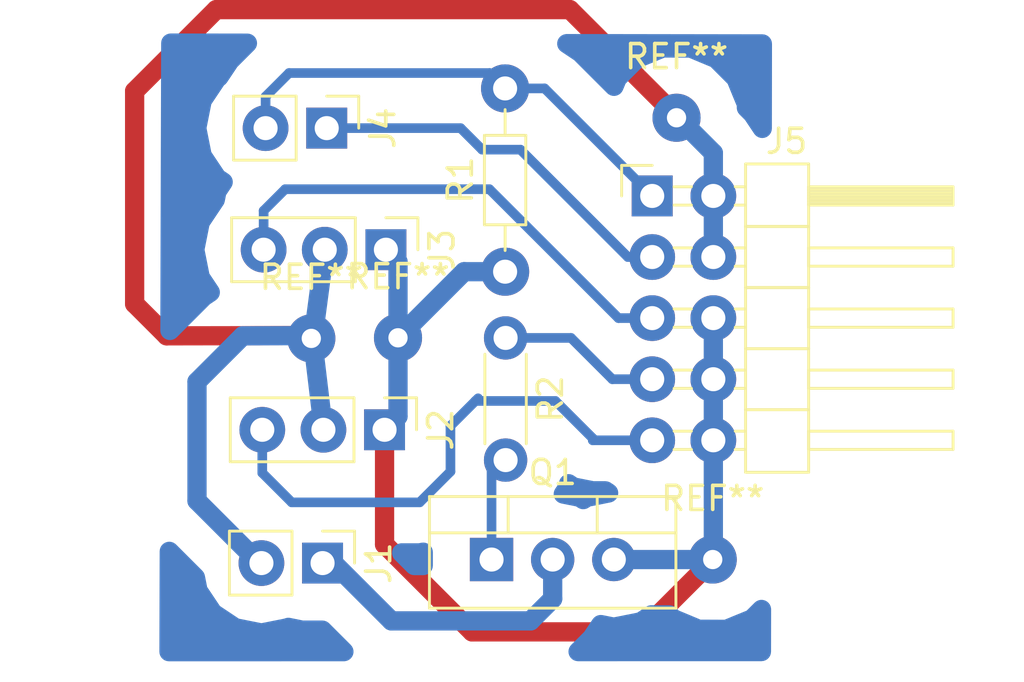
<source format=kicad_pcb>
(kicad_pcb (version 4) (host pcbnew 4.0.6)

  (general
    (links 19)
    (no_connects 0)
    (area 147.028915 81.419799 190.125605 110.465533)
    (thickness 1.6)
    (drawings 0)
    (tracks 82)
    (zones 0)
    (modules 12)
    (nets 10)
  )

  (page A4)
  (layers
    (0 F.Cu signal)
    (31 B.Cu signal)
    (32 B.Adhes user)
    (33 F.Adhes user)
    (34 B.Paste user)
    (35 F.Paste user)
    (36 B.SilkS user)
    (37 F.SilkS user)
    (38 B.Mask user)
    (39 F.Mask user)
    (40 Dwgs.User user)
    (41 Cmts.User user)
    (42 Eco1.User user)
    (43 Eco2.User user)
    (44 Edge.Cuts user)
    (45 Margin user)
    (46 B.CrtYd user)
    (47 F.CrtYd user)
    (48 B.Fab user)
    (49 F.Fab user)
  )

  (setup
    (last_trace_width 0.4)
    (trace_clearance 0.4)
    (zone_clearance 1.5)
    (zone_45_only no)
    (trace_min 0.2)
    (segment_width 0.2)
    (edge_width 0.15)
    (via_size 0.6)
    (via_drill 0.4)
    (via_min_size 0.4)
    (via_min_drill 0.3)
    (uvia_size 0.3)
    (uvia_drill 0.1)
    (uvias_allowed no)
    (uvia_min_size 0.2)
    (uvia_min_drill 0.1)
    (pcb_text_width 0.3)
    (pcb_text_size 1.5 1.5)
    (mod_edge_width 0.15)
    (mod_text_size 1 1)
    (mod_text_width 0.15)
    (pad_size 1.99898 1.99898)
    (pad_drill 0.8001)
    (pad_to_mask_clearance 0.2)
    (aux_axis_origin 0 0)
    (visible_elements FFFFFF7F)
    (pcbplotparams
      (layerselection 0x00000_80000000)
      (usegerberextensions false)
      (excludeedgelayer true)
      (linewidth 0.100000)
      (plotframeref false)
      (viasonmask false)
      (mode 1)
      (useauxorigin false)
      (hpglpennumber 1)
      (hpglpenspeed 20)
      (hpglpendiameter 15)
      (hpglpenoverlay 2)
      (psnegative false)
      (psa4output false)
      (plotreference true)
      (plotvalue true)
      (plotinvisibletext false)
      (padsonsilk false)
      (subtractmaskfromsilk false)
      (outputformat 4)
      (mirror false)
      (drillshape 2)
      (scaleselection 1)
      (outputdirectory ""))
  )

  (net 0 "")
  (net 1 "Net-(Q1-Pad1)")
  (net 2 "Net-(J1-Pad1)")
  (net 3 GND)
  (net 4 "Net-(J1-Pad2)")
  (net 5 "Net-(J2-Pad3)")
  (net 6 "Net-(J3-Pad3)")
  (net 7 "Net-(J4-Pad1)")
  (net 8 "Net-(J4-Pad2)")
  (net 9 "Net-(J5-Pad7)")

  (net_class Default "Dies ist die voreingestellte Netzklasse."
    (clearance 0.4)
    (trace_width 0.4)
    (via_dia 0.6)
    (via_drill 0.4)
    (uvia_dia 0.3)
    (uvia_drill 0.1)
    (add_net "Net-(J2-Pad3)")
    (add_net "Net-(J3-Pad3)")
    (add_net "Net-(J4-Pad1)")
    (add_net "Net-(J4-Pad2)")
    (add_net "Net-(J5-Pad7)")
    (add_net "Net-(Q1-Pad1)")
  )

  (net_class 5V ""
    (clearance 0.4)
    (trace_width 0.8)
    (via_dia 0.6)
    (via_drill 0.4)
    (uvia_dia 0.3)
    (uvia_drill 0.1)
    (add_net GND)
    (add_net "Net-(J1-Pad1)")
    (add_net "Net-(J1-Pad2)")
  )

  (module TO_SOT_Packages_THT:TO-220_Vertical (layer F.Cu) (tedit 58CE52AD) (tstamp 58F49935)
    (at 167.72636 105.08488)
    (descr "TO-220, Vertical, RM 2.54mm")
    (tags "TO-220 Vertical RM 2.54mm")
    (path /58F4C490)
    (fp_text reference Q1 (at 2.54 -3.62) (layer F.SilkS)
      (effects (font (size 1 1) (thickness 0.15)))
    )
    (fp_text value TIP120 (at 2.54 3.92) (layer F.Fab)
      (effects (font (size 1 1) (thickness 0.15)))
    )
    (fp_text user %R (at 2.54 -3.62) (layer F.Fab)
      (effects (font (size 1 1) (thickness 0.15)))
    )
    (fp_line (start -2.46 -2.5) (end -2.46 1.9) (layer F.Fab) (width 0.1))
    (fp_line (start -2.46 1.9) (end 7.54 1.9) (layer F.Fab) (width 0.1))
    (fp_line (start 7.54 1.9) (end 7.54 -2.5) (layer F.Fab) (width 0.1))
    (fp_line (start 7.54 -2.5) (end -2.46 -2.5) (layer F.Fab) (width 0.1))
    (fp_line (start -2.46 -1.23) (end 7.54 -1.23) (layer F.Fab) (width 0.1))
    (fp_line (start 0.69 -2.5) (end 0.69 -1.23) (layer F.Fab) (width 0.1))
    (fp_line (start 4.39 -2.5) (end 4.39 -1.23) (layer F.Fab) (width 0.1))
    (fp_line (start -2.58 -2.62) (end 7.66 -2.62) (layer F.SilkS) (width 0.12))
    (fp_line (start -2.58 2.021) (end 7.66 2.021) (layer F.SilkS) (width 0.12))
    (fp_line (start -2.58 -2.62) (end -2.58 2.021) (layer F.SilkS) (width 0.12))
    (fp_line (start 7.66 -2.62) (end 7.66 2.021) (layer F.SilkS) (width 0.12))
    (fp_line (start -2.58 -1.11) (end 7.66 -1.11) (layer F.SilkS) (width 0.12))
    (fp_line (start 0.69 -2.62) (end 0.69 -1.11) (layer F.SilkS) (width 0.12))
    (fp_line (start 4.391 -2.62) (end 4.391 -1.11) (layer F.SilkS) (width 0.12))
    (fp_line (start -2.71 -2.75) (end -2.71 2.16) (layer F.CrtYd) (width 0.05))
    (fp_line (start -2.71 2.16) (end 7.79 2.16) (layer F.CrtYd) (width 0.05))
    (fp_line (start 7.79 2.16) (end 7.79 -2.75) (layer F.CrtYd) (width 0.05))
    (fp_line (start 7.79 -2.75) (end -2.71 -2.75) (layer F.CrtYd) (width 0.05))
    (pad 1 thru_hole rect (at 0 0) (size 1.8 1.8) (drill 1) (layers *.Cu *.Mask)
      (net 1 "Net-(Q1-Pad1)"))
    (pad 2 thru_hole oval (at 2.54 0) (size 1.8 1.8) (drill 1) (layers *.Cu *.Mask)
      (net 2 "Net-(J1-Pad1)"))
    (pad 3 thru_hole oval (at 5.08 0) (size 1.8 1.8) (drill 1) (layers *.Cu *.Mask)
      (net 3 GND))
    (model ${KISYS3DMOD}/TO_SOT_Packages_THT.3dshapes/TO-220_Vertical.wrl
      (at (xyz 0.1 0 0))
      (scale (xyz 0.393701 0.393701 0.393701))
      (rotate (xyz 0 0 0))
    )
  )

  (module Pin_Headers:Pin_Header_Straight_1x02_Pitch2.54mm (layer F.Cu) (tedit 58CD4EC1) (tstamp 58F498F9)
    (at 160.7058 105.2322 270)
    (descr "Through hole straight pin header, 1x02, 2.54mm pitch, single row")
    (tags "Through hole pin header THT 1x02 2.54mm single row")
    (path /58F4C3F9)
    (fp_text reference J1 (at 0 -2.33 270) (layer F.SilkS)
      (effects (font (size 1 1) (thickness 0.15)))
    )
    (fp_text value CONN_01X02 (at 0 4.87 270) (layer F.Fab)
      (effects (font (size 1 1) (thickness 0.15)))
    )
    (fp_line (start -1.27 -1.27) (end -1.27 3.81) (layer F.Fab) (width 0.1))
    (fp_line (start -1.27 3.81) (end 1.27 3.81) (layer F.Fab) (width 0.1))
    (fp_line (start 1.27 3.81) (end 1.27 -1.27) (layer F.Fab) (width 0.1))
    (fp_line (start 1.27 -1.27) (end -1.27 -1.27) (layer F.Fab) (width 0.1))
    (fp_line (start -1.33 1.27) (end -1.33 3.87) (layer F.SilkS) (width 0.12))
    (fp_line (start -1.33 3.87) (end 1.33 3.87) (layer F.SilkS) (width 0.12))
    (fp_line (start 1.33 3.87) (end 1.33 1.27) (layer F.SilkS) (width 0.12))
    (fp_line (start 1.33 1.27) (end -1.33 1.27) (layer F.SilkS) (width 0.12))
    (fp_line (start -1.33 0) (end -1.33 -1.33) (layer F.SilkS) (width 0.12))
    (fp_line (start -1.33 -1.33) (end 0 -1.33) (layer F.SilkS) (width 0.12))
    (fp_line (start -1.8 -1.8) (end -1.8 4.35) (layer F.CrtYd) (width 0.05))
    (fp_line (start -1.8 4.35) (end 1.8 4.35) (layer F.CrtYd) (width 0.05))
    (fp_line (start 1.8 4.35) (end 1.8 -1.8) (layer F.CrtYd) (width 0.05))
    (fp_line (start 1.8 -1.8) (end -1.8 -1.8) (layer F.CrtYd) (width 0.05))
    (fp_text user %R (at 0 -2.33 270) (layer F.Fab)
      (effects (font (size 1 1) (thickness 0.15)))
    )
    (pad 1 thru_hole rect (at 0 0 270) (size 1.7 1.7) (drill 1) (layers *.Cu *.Mask)
      (net 2 "Net-(J1-Pad1)"))
    (pad 2 thru_hole oval (at 0 2.54 270) (size 1.9 1.9) (drill 1) (layers *.Cu *.Mask)
      (net 4 "Net-(J1-Pad2)"))
    (model ${KISYS3DMOD}/Pin_Headers.3dshapes/Pin_Header_Straight_1x02_Pitch2.54mm.wrl
      (at (xyz 0 -0.05 0))
      (scale (xyz 1 1 1))
      (rotate (xyz 0 0 90))
    )
  )

  (module Pin_Headers:Pin_Header_Straight_1x03_Pitch2.54mm (layer F.Cu) (tedit 58CD4EC1) (tstamp 58F49900)
    (at 163.28136 99.68992 270)
    (descr "Through hole straight pin header, 1x03, 2.54mm pitch, single row")
    (tags "Through hole pin header THT 1x03 2.54mm single row")
    (path /58F4C205)
    (fp_text reference J2 (at 0 -2.33 270) (layer F.SilkS)
      (effects (font (size 1 1) (thickness 0.15)))
    )
    (fp_text value CONN_01X03 (at 0 7.41 270) (layer F.Fab)
      (effects (font (size 1 1) (thickness 0.15)))
    )
    (fp_line (start -1.27 -1.27) (end -1.27 6.35) (layer F.Fab) (width 0.1))
    (fp_line (start -1.27 6.35) (end 1.27 6.35) (layer F.Fab) (width 0.1))
    (fp_line (start 1.27 6.35) (end 1.27 -1.27) (layer F.Fab) (width 0.1))
    (fp_line (start 1.27 -1.27) (end -1.27 -1.27) (layer F.Fab) (width 0.1))
    (fp_line (start -1.33 1.27) (end -1.33 6.41) (layer F.SilkS) (width 0.12))
    (fp_line (start -1.33 6.41) (end 1.33 6.41) (layer F.SilkS) (width 0.12))
    (fp_line (start 1.33 6.41) (end 1.33 1.27) (layer F.SilkS) (width 0.12))
    (fp_line (start 1.33 1.27) (end -1.33 1.27) (layer F.SilkS) (width 0.12))
    (fp_line (start -1.33 0) (end -1.33 -1.33) (layer F.SilkS) (width 0.12))
    (fp_line (start -1.33 -1.33) (end 0 -1.33) (layer F.SilkS) (width 0.12))
    (fp_line (start -1.8 -1.8) (end -1.8 6.85) (layer F.CrtYd) (width 0.05))
    (fp_line (start -1.8 6.85) (end 1.8 6.85) (layer F.CrtYd) (width 0.05))
    (fp_line (start 1.8 6.85) (end 1.8 -1.8) (layer F.CrtYd) (width 0.05))
    (fp_line (start 1.8 -1.8) (end -1.8 -1.8) (layer F.CrtYd) (width 0.05))
    (fp_text user %R (at 0 -2.33 270) (layer F.Fab)
      (effects (font (size 1 1) (thickness 0.15)))
    )
    (pad 1 thru_hole rect (at 0 0 270) (size 1.7 1.7) (drill 1) (layers *.Cu *.Mask)
      (net 3 GND))
    (pad 2 thru_hole oval (at 0 2.54 270) (size 1.9 1.9) (drill 1) (layers *.Cu *.Mask)
      (net 4 "Net-(J1-Pad2)"))
    (pad 3 thru_hole oval (at 0 5.08 270) (size 1.9 1.9) (drill 1) (layers *.Cu *.Mask)
      (net 5 "Net-(J2-Pad3)"))
    (model ${KISYS3DMOD}/Pin_Headers.3dshapes/Pin_Header_Straight_1x03_Pitch2.54mm.wrl
      (at (xyz 0 -0.1 0))
      (scale (xyz 1 1 1))
      (rotate (xyz 0 0 90))
    )
  )

  (module Pin_Headers:Pin_Header_Straight_1x03_Pitch2.54mm (layer F.Cu) (tedit 58F4C242) (tstamp 58F49907)
    (at 163.33724 92.202 270)
    (descr "Through hole straight pin header, 1x03, 2.54mm pitch, single row")
    (tags "Through hole pin header THT 1x03 2.54mm single row")
    (path /58F4C2D4)
    (fp_text reference J3 (at 0 -2.33 270) (layer F.SilkS)
      (effects (font (size 1 1) (thickness 0.15)))
    )
    (fp_text value CONN_01X03 (at 0 7.41 270) (layer F.Fab)
      (effects (font (size 1 1) (thickness 0.15)))
    )
    (fp_line (start -1.27 -1.27) (end -1.27 6.35) (layer F.Fab) (width 0.1))
    (fp_line (start -1.27 6.35) (end 1.27 6.35) (layer F.Fab) (width 0.1))
    (fp_line (start 1.27 6.35) (end 1.27 -1.27) (layer F.Fab) (width 0.1))
    (fp_line (start 1.27 -1.27) (end -1.27 -1.27) (layer F.Fab) (width 0.1))
    (fp_line (start -1.33 1.27) (end -1.33 6.41) (layer F.SilkS) (width 0.12))
    (fp_line (start -1.33 6.41) (end 1.33 6.41) (layer F.SilkS) (width 0.12))
    (fp_line (start 1.33 6.41) (end 1.33 1.27) (layer F.SilkS) (width 0.12))
    (fp_line (start 1.33 1.27) (end -1.33 1.27) (layer F.SilkS) (width 0.12))
    (fp_line (start -1.33 0) (end -1.33 -1.33) (layer F.SilkS) (width 0.12))
    (fp_line (start -1.33 -1.33) (end 0 -1.33) (layer F.SilkS) (width 0.12))
    (fp_line (start -1.8 -1.8) (end -1.8 6.85) (layer F.CrtYd) (width 0.05))
    (fp_line (start -1.8 6.85) (end 1.8 6.85) (layer F.CrtYd) (width 0.05))
    (fp_line (start 1.8 6.85) (end 1.8 -1.8) (layer F.CrtYd) (width 0.05))
    (fp_line (start 1.8 -1.8) (end -1.8 -1.8) (layer F.CrtYd) (width 0.05))
    (fp_text user %R (at 0 -2.33 270) (layer F.Fab)
      (effects (font (size 1 1) (thickness 0.15)))
    )
    (pad 1 thru_hole rect (at 0 0 270) (size 1.7 1.7) (drill 1) (layers *.Cu *.Mask)
      (net 3 GND))
    (pad 2 thru_hole oval (at 0 2.54 270) (size 1.9 1.9) (drill 1) (layers *.Cu *.Mask)
      (net 4 "Net-(J1-Pad2)"))
    (pad 3 thru_hole oval (at 0 5.08 270) (size 1.9 1.9) (drill 1) (layers *.Cu *.Mask)
      (net 6 "Net-(J3-Pad3)"))
    (model ${KISYS3DMOD}/Pin_Headers.3dshapes/Pin_Header_Straight_1x03_Pitch2.54mm.wrl
      (at (xyz 0 -0.1 0))
      (scale (xyz 1 1 1))
      (rotate (xyz 0 0 90))
    )
  )

  (module Pin_Headers:Pin_Header_Straight_1x02_Pitch2.54mm (layer F.Cu) (tedit 58F4C22B) (tstamp 58F4990D)
    (at 160.87852 87.1474 270)
    (descr "Through hole straight pin header, 1x02, 2.54mm pitch, single row")
    (tags "Through hole pin header THT 1x02 2.54mm single row")
    (path /58F4C3BE)
    (fp_text reference J4 (at 0 -2.33 270) (layer F.SilkS)
      (effects (font (size 1 1) (thickness 0.15)))
    )
    (fp_text value CONN_01X02 (at 0 4.87 270) (layer F.Fab)
      (effects (font (size 1 1) (thickness 0.15)))
    )
    (fp_line (start -1.27 -1.27) (end -1.27 3.81) (layer F.Fab) (width 0.1))
    (fp_line (start -1.27 3.81) (end 1.27 3.81) (layer F.Fab) (width 0.1))
    (fp_line (start 1.27 3.81) (end 1.27 -1.27) (layer F.Fab) (width 0.1))
    (fp_line (start 1.27 -1.27) (end -1.27 -1.27) (layer F.Fab) (width 0.1))
    (fp_line (start -1.33 1.27) (end -1.33 3.87) (layer F.SilkS) (width 0.12))
    (fp_line (start -1.33 3.87) (end 1.33 3.87) (layer F.SilkS) (width 0.12))
    (fp_line (start 1.33 3.87) (end 1.33 1.27) (layer F.SilkS) (width 0.12))
    (fp_line (start 1.33 1.27) (end -1.33 1.27) (layer F.SilkS) (width 0.12))
    (fp_line (start -1.33 0) (end -1.33 -1.33) (layer F.SilkS) (width 0.12))
    (fp_line (start -1.33 -1.33) (end 0 -1.33) (layer F.SilkS) (width 0.12))
    (fp_line (start -1.8 -1.8) (end -1.8 4.35) (layer F.CrtYd) (width 0.05))
    (fp_line (start -1.8 4.35) (end 1.8 4.35) (layer F.CrtYd) (width 0.05))
    (fp_line (start 1.8 4.35) (end 1.8 -1.8) (layer F.CrtYd) (width 0.05))
    (fp_line (start 1.8 -1.8) (end -1.8 -1.8) (layer F.CrtYd) (width 0.05))
    (fp_text user %R (at 0 -2.33 270) (layer F.Fab)
      (effects (font (size 1 1) (thickness 0.15)))
    )
    (pad 1 thru_hole rect (at 0 0 270) (size 1.7 1.7) (drill 1) (layers *.Cu *.Mask)
      (net 7 "Net-(J4-Pad1)"))
    (pad 2 thru_hole oval (at 0 2.54 270) (size 1.9 1.9) (drill 1) (layers *.Cu *.Mask)
      (net 8 "Net-(J4-Pad2)"))
    (model ${KISYS3DMOD}/Pin_Headers.3dshapes/Pin_Header_Straight_1x02_Pitch2.54mm.wrl
      (at (xyz 0 -0.05 0))
      (scale (xyz 1 1 1))
      (rotate (xyz 0 0 90))
    )
  )

  (module Pin_Headers:Pin_Header_Angled_2x05_Pitch2.54mm (layer F.Cu) (tedit 58F4C264) (tstamp 58F4991B)
    (at 174.40148 89.9668)
    (descr "Through hole angled pin header, 2x05, 2.54mm pitch, 6mm pin length, double rows")
    (tags "Through hole angled pin header THT 2x05 2.54mm double row")
    (path /58F4ACF1)
    (fp_text reference J5 (at 5.585 -2.27) (layer F.SilkS)
      (effects (font (size 1 1) (thickness 0.15)))
    )
    (fp_text value CONN_02X05 (at 5.585 12.43) (layer F.Fab)
      (effects (font (size 1 1) (thickness 0.15)))
    )
    (fp_line (start 3.94 -1.27) (end 3.94 1.27) (layer F.Fab) (width 0.1))
    (fp_line (start 3.94 1.27) (end 6.44 1.27) (layer F.Fab) (width 0.1))
    (fp_line (start 6.44 1.27) (end 6.44 -1.27) (layer F.Fab) (width 0.1))
    (fp_line (start 6.44 -1.27) (end 3.94 -1.27) (layer F.Fab) (width 0.1))
    (fp_line (start 0 -0.32) (end 0 0.32) (layer F.Fab) (width 0.1))
    (fp_line (start 0 0.32) (end 12.44 0.32) (layer F.Fab) (width 0.1))
    (fp_line (start 12.44 0.32) (end 12.44 -0.32) (layer F.Fab) (width 0.1))
    (fp_line (start 12.44 -0.32) (end 0 -0.32) (layer F.Fab) (width 0.1))
    (fp_line (start 3.94 1.27) (end 3.94 3.81) (layer F.Fab) (width 0.1))
    (fp_line (start 3.94 3.81) (end 6.44 3.81) (layer F.Fab) (width 0.1))
    (fp_line (start 6.44 3.81) (end 6.44 1.27) (layer F.Fab) (width 0.1))
    (fp_line (start 6.44 1.27) (end 3.94 1.27) (layer F.Fab) (width 0.1))
    (fp_line (start 0 2.22) (end 0 2.86) (layer F.Fab) (width 0.1))
    (fp_line (start 0 2.86) (end 12.44 2.86) (layer F.Fab) (width 0.1))
    (fp_line (start 12.44 2.86) (end 12.44 2.22) (layer F.Fab) (width 0.1))
    (fp_line (start 12.44 2.22) (end 0 2.22) (layer F.Fab) (width 0.1))
    (fp_line (start 3.94 3.81) (end 3.94 6.35) (layer F.Fab) (width 0.1))
    (fp_line (start 3.94 6.35) (end 6.44 6.35) (layer F.Fab) (width 0.1))
    (fp_line (start 6.44 6.35) (end 6.44 3.81) (layer F.Fab) (width 0.1))
    (fp_line (start 6.44 3.81) (end 3.94 3.81) (layer F.Fab) (width 0.1))
    (fp_line (start 0 4.76) (end 0 5.4) (layer F.Fab) (width 0.1))
    (fp_line (start 0 5.4) (end 12.44 5.4) (layer F.Fab) (width 0.1))
    (fp_line (start 12.44 5.4) (end 12.44 4.76) (layer F.Fab) (width 0.1))
    (fp_line (start 12.44 4.76) (end 0 4.76) (layer F.Fab) (width 0.1))
    (fp_line (start 3.94 6.35) (end 3.94 8.89) (layer F.Fab) (width 0.1))
    (fp_line (start 3.94 8.89) (end 6.44 8.89) (layer F.Fab) (width 0.1))
    (fp_line (start 6.44 8.89) (end 6.44 6.35) (layer F.Fab) (width 0.1))
    (fp_line (start 6.44 6.35) (end 3.94 6.35) (layer F.Fab) (width 0.1))
    (fp_line (start 0 7.3) (end 0 7.94) (layer F.Fab) (width 0.1))
    (fp_line (start 0 7.94) (end 12.44 7.94) (layer F.Fab) (width 0.1))
    (fp_line (start 12.44 7.94) (end 12.44 7.3) (layer F.Fab) (width 0.1))
    (fp_line (start 12.44 7.3) (end 0 7.3) (layer F.Fab) (width 0.1))
    (fp_line (start 3.94 8.89) (end 3.94 11.43) (layer F.Fab) (width 0.1))
    (fp_line (start 3.94 11.43) (end 6.44 11.43) (layer F.Fab) (width 0.1))
    (fp_line (start 6.44 11.43) (end 6.44 8.89) (layer F.Fab) (width 0.1))
    (fp_line (start 6.44 8.89) (end 3.94 8.89) (layer F.Fab) (width 0.1))
    (fp_line (start 0 9.84) (end 0 10.48) (layer F.Fab) (width 0.1))
    (fp_line (start 0 10.48) (end 12.44 10.48) (layer F.Fab) (width 0.1))
    (fp_line (start 12.44 10.48) (end 12.44 9.84) (layer F.Fab) (width 0.1))
    (fp_line (start 12.44 9.84) (end 0 9.84) (layer F.Fab) (width 0.1))
    (fp_line (start 3.88 -1.33) (end 3.88 1.27) (layer F.SilkS) (width 0.12))
    (fp_line (start 3.88 1.27) (end 6.5 1.27) (layer F.SilkS) (width 0.12))
    (fp_line (start 6.5 1.27) (end 6.5 -1.33) (layer F.SilkS) (width 0.12))
    (fp_line (start 6.5 -1.33) (end 3.88 -1.33) (layer F.SilkS) (width 0.12))
    (fp_line (start 6.5 -0.38) (end 6.5 0.38) (layer F.SilkS) (width 0.12))
    (fp_line (start 6.5 0.38) (end 12.5 0.38) (layer F.SilkS) (width 0.12))
    (fp_line (start 12.5 0.38) (end 12.5 -0.38) (layer F.SilkS) (width 0.12))
    (fp_line (start 12.5 -0.38) (end 6.5 -0.38) (layer F.SilkS) (width 0.12))
    (fp_line (start 3.45 -0.38) (end 3.88 -0.38) (layer F.SilkS) (width 0.12))
    (fp_line (start 3.45 0.38) (end 3.88 0.38) (layer F.SilkS) (width 0.12))
    (fp_line (start 0.91 -0.38) (end 1.63 -0.38) (layer F.SilkS) (width 0.12))
    (fp_line (start 0.91 0.38) (end 1.63 0.38) (layer F.SilkS) (width 0.12))
    (fp_line (start 6.5 -0.26) (end 12.5 -0.26) (layer F.SilkS) (width 0.12))
    (fp_line (start 6.5 -0.14) (end 12.5 -0.14) (layer F.SilkS) (width 0.12))
    (fp_line (start 6.5 -0.02) (end 12.5 -0.02) (layer F.SilkS) (width 0.12))
    (fp_line (start 6.5 0.1) (end 12.5 0.1) (layer F.SilkS) (width 0.12))
    (fp_line (start 6.5 0.22) (end 12.5 0.22) (layer F.SilkS) (width 0.12))
    (fp_line (start 6.5 0.34) (end 12.5 0.34) (layer F.SilkS) (width 0.12))
    (fp_line (start 3.88 1.27) (end 3.88 3.81) (layer F.SilkS) (width 0.12))
    (fp_line (start 3.88 3.81) (end 6.5 3.81) (layer F.SilkS) (width 0.12))
    (fp_line (start 6.5 3.81) (end 6.5 1.27) (layer F.SilkS) (width 0.12))
    (fp_line (start 6.5 1.27) (end 3.88 1.27) (layer F.SilkS) (width 0.12))
    (fp_line (start 6.5 2.16) (end 6.5 2.92) (layer F.SilkS) (width 0.12))
    (fp_line (start 6.5 2.92) (end 12.5 2.92) (layer F.SilkS) (width 0.12))
    (fp_line (start 12.5 2.92) (end 12.5 2.16) (layer F.SilkS) (width 0.12))
    (fp_line (start 12.5 2.16) (end 6.5 2.16) (layer F.SilkS) (width 0.12))
    (fp_line (start 3.45 2.16) (end 3.88 2.16) (layer F.SilkS) (width 0.12))
    (fp_line (start 3.45 2.92) (end 3.88 2.92) (layer F.SilkS) (width 0.12))
    (fp_line (start 0.91 2.16) (end 1.63 2.16) (layer F.SilkS) (width 0.12))
    (fp_line (start 0.91 2.92) (end 1.63 2.92) (layer F.SilkS) (width 0.12))
    (fp_line (start 3.88 3.81) (end 3.88 6.35) (layer F.SilkS) (width 0.12))
    (fp_line (start 3.88 6.35) (end 6.5 6.35) (layer F.SilkS) (width 0.12))
    (fp_line (start 6.5 6.35) (end 6.5 3.81) (layer F.SilkS) (width 0.12))
    (fp_line (start 6.5 3.81) (end 3.88 3.81) (layer F.SilkS) (width 0.12))
    (fp_line (start 6.5 4.7) (end 6.5 5.46) (layer F.SilkS) (width 0.12))
    (fp_line (start 6.5 5.46) (end 12.5 5.46) (layer F.SilkS) (width 0.12))
    (fp_line (start 12.5 5.46) (end 12.5 4.7) (layer F.SilkS) (width 0.12))
    (fp_line (start 12.5 4.7) (end 6.5 4.7) (layer F.SilkS) (width 0.12))
    (fp_line (start 3.45 4.7) (end 3.88 4.7) (layer F.SilkS) (width 0.12))
    (fp_line (start 3.45 5.46) (end 3.88 5.46) (layer F.SilkS) (width 0.12))
    (fp_line (start 0.91 4.7) (end 1.63 4.7) (layer F.SilkS) (width 0.12))
    (fp_line (start 0.91 5.46) (end 1.63 5.46) (layer F.SilkS) (width 0.12))
    (fp_line (start 3.88 6.35) (end 3.88 8.89) (layer F.SilkS) (width 0.12))
    (fp_line (start 3.88 8.89) (end 6.5 8.89) (layer F.SilkS) (width 0.12))
    (fp_line (start 6.5 8.89) (end 6.5 6.35) (layer F.SilkS) (width 0.12))
    (fp_line (start 6.5 6.35) (end 3.88 6.35) (layer F.SilkS) (width 0.12))
    (fp_line (start 6.5 7.24) (end 6.5 8) (layer F.SilkS) (width 0.12))
    (fp_line (start 6.5 8) (end 12.5 8) (layer F.SilkS) (width 0.12))
    (fp_line (start 12.5 8) (end 12.5 7.24) (layer F.SilkS) (width 0.12))
    (fp_line (start 12.5 7.24) (end 6.5 7.24) (layer F.SilkS) (width 0.12))
    (fp_line (start 3.45 7.24) (end 3.88 7.24) (layer F.SilkS) (width 0.12))
    (fp_line (start 3.45 8) (end 3.88 8) (layer F.SilkS) (width 0.12))
    (fp_line (start 0.91 7.24) (end 1.63 7.24) (layer F.SilkS) (width 0.12))
    (fp_line (start 0.91 8) (end 1.63 8) (layer F.SilkS) (width 0.12))
    (fp_line (start 3.88 8.89) (end 3.88 11.49) (layer F.SilkS) (width 0.12))
    (fp_line (start 3.88 11.49) (end 6.5 11.49) (layer F.SilkS) (width 0.12))
    (fp_line (start 6.5 11.49) (end 6.5 8.89) (layer F.SilkS) (width 0.12))
    (fp_line (start 6.5 8.89) (end 3.88 8.89) (layer F.SilkS) (width 0.12))
    (fp_line (start 6.5 9.78) (end 6.5 10.54) (layer F.SilkS) (width 0.12))
    (fp_line (start 6.5 10.54) (end 12.5 10.54) (layer F.SilkS) (width 0.12))
    (fp_line (start 12.5 10.54) (end 12.5 9.78) (layer F.SilkS) (width 0.12))
    (fp_line (start 12.5 9.78) (end 6.5 9.78) (layer F.SilkS) (width 0.12))
    (fp_line (start 3.45 9.78) (end 3.88 9.78) (layer F.SilkS) (width 0.12))
    (fp_line (start 3.45 10.54) (end 3.88 10.54) (layer F.SilkS) (width 0.12))
    (fp_line (start 0.91 9.78) (end 1.63 9.78) (layer F.SilkS) (width 0.12))
    (fp_line (start 0.91 10.54) (end 1.63 10.54) (layer F.SilkS) (width 0.12))
    (fp_line (start -1.27 0) (end -1.27 -1.27) (layer F.SilkS) (width 0.12))
    (fp_line (start -1.27 -1.27) (end 0 -1.27) (layer F.SilkS) (width 0.12))
    (fp_line (start -1.8 -1.8) (end -1.8 11.95) (layer F.CrtYd) (width 0.05))
    (fp_line (start -1.8 11.95) (end 12.95 11.95) (layer F.CrtYd) (width 0.05))
    (fp_line (start 12.95 11.95) (end 12.95 -1.8) (layer F.CrtYd) (width 0.05))
    (fp_line (start 12.95 -1.8) (end -1.8 -1.8) (layer F.CrtYd) (width 0.05))
    (fp_text user %R (at 5.585 -2.27) (layer F.Fab)
      (effects (font (size 1 1) (thickness 0.15)))
    )
    (pad 1 thru_hole rect (at 0 0) (size 1.7 1.7) (drill 1) (layers *.Cu *.Mask)
      (net 8 "Net-(J4-Pad2)"))
    (pad 2 thru_hole oval (at 2.54 0) (size 1.9 1.9) (drill 1) (layers *.Cu *.Mask)
      (net 4 "Net-(J1-Pad2)"))
    (pad 3 thru_hole oval (at 0 2.54) (size 1.9 1.9) (drill 1) (layers *.Cu *.Mask)
      (net 7 "Net-(J4-Pad1)"))
    (pad 4 thru_hole oval (at 2.54 2.54) (size 1.9 1.9) (drill 1) (layers *.Cu *.Mask)
      (net 4 "Net-(J1-Pad2)"))
    (pad 5 thru_hole oval (at 0 5.08) (size 1.9 1.9) (drill 1) (layers *.Cu *.Mask)
      (net 6 "Net-(J3-Pad3)"))
    (pad 6 thru_hole oval (at 2.54 5.08) (size 1.9 1.9) (drill 1) (layers *.Cu *.Mask)
      (net 3 GND))
    (pad 7 thru_hole oval (at 0 7.62) (size 1.9 1.9) (drill 1) (layers *.Cu *.Mask)
      (net 9 "Net-(J5-Pad7)"))
    (pad 8 thru_hole oval (at 2.54 7.62) (size 1.9 1.9) (drill 1) (layers *.Cu *.Mask)
      (net 3 GND))
    (pad 9 thru_hole oval (at 0 10.16) (size 1.9 1.9) (drill 1) (layers *.Cu *.Mask)
      (net 5 "Net-(J2-Pad3)"))
    (pad 10 thru_hole oval (at 2.54 10.16) (size 1.9 1.9) (drill 1) (layers *.Cu *.Mask)
      (net 3 GND))
    (model ${KISYS3DMOD}/Pin_Headers.3dshapes/Pin_Header_Angled_2x05_Pitch2.54mm.wrl
      (at (xyz 0.05 -0.2 0))
      (scale (xyz 1 1 1))
      (rotate (xyz 0 0 90))
    )
  )

  (module Resistors_ThroughHole:R_Axial_DIN0204_L3.6mm_D1.6mm_P5.08mm_Horizontal (layer F.Cu) (tedit 58F4C1FE) (tstamp 58F49941)
    (at 168.31056 95.86976 270)
    (descr "Resistor, Axial_DIN0204 series, Axial, Horizontal, pin pitch=5.08mm, 0.16666666666666666W = 1/6W, length*diameter=3.6*1.6mm^2, http://cdn-reichelt.de/documents/datenblatt/B400/1_4W%23YAG.pdf")
    (tags "Resistor Axial_DIN0204 series Axial Horizontal pin pitch 5.08mm 0.16666666666666666W = 1/6W length 3.6mm diameter 1.6mm")
    (path /58F4CA39)
    (fp_text reference R2 (at 2.54 -1.86 270) (layer F.SilkS)
      (effects (font (size 1 1) (thickness 0.15)))
    )
    (fp_text value R (at 2.54 1.86 270) (layer F.Fab)
      (effects (font (size 1 1) (thickness 0.15)))
    )
    (fp_line (start 0.74 -0.8) (end 0.74 0.8) (layer F.Fab) (width 0.1))
    (fp_line (start 0.74 0.8) (end 4.34 0.8) (layer F.Fab) (width 0.1))
    (fp_line (start 4.34 0.8) (end 4.34 -0.8) (layer F.Fab) (width 0.1))
    (fp_line (start 4.34 -0.8) (end 0.74 -0.8) (layer F.Fab) (width 0.1))
    (fp_line (start 0 0) (end 0.74 0) (layer F.Fab) (width 0.1))
    (fp_line (start 5.08 0) (end 4.34 0) (layer F.Fab) (width 0.1))
    (fp_line (start 0.68 -0.86) (end 4.4 -0.86) (layer F.SilkS) (width 0.12))
    (fp_line (start 0.68 0.86) (end 4.4 0.86) (layer F.SilkS) (width 0.12))
    (fp_line (start -0.95 -1.15) (end -0.95 1.15) (layer F.CrtYd) (width 0.05))
    (fp_line (start -0.95 1.15) (end 6.05 1.15) (layer F.CrtYd) (width 0.05))
    (fp_line (start 6.05 1.15) (end 6.05 -1.15) (layer F.CrtYd) (width 0.05))
    (fp_line (start 6.05 -1.15) (end -0.95 -1.15) (layer F.CrtYd) (width 0.05))
    (pad 1 thru_hole circle (at 0 0 270) (size 1.8 1.8) (drill 1) (layers *.Cu *.Mask)
      (net 9 "Net-(J5-Pad7)"))
    (pad 2 thru_hole oval (at 5.08 0 270) (size 1.8 1.8) (drill 1) (layers *.Cu *.Mask)
      (net 1 "Net-(Q1-Pad1)"))
    (model Resistors_THT.3dshapes/R_Axial_DIN0204_L3.6mm_D1.6mm_P5.08mm_Horizontal.wrl
      (at (xyz 0 0 0))
      (scale (xyz 0.393701 0.393701 0.393701))
      (rotate (xyz 0 0 0))
    )
  )

  (module Resistors_ThroughHole:R_Axial_DIN0204_L3.6mm_D1.6mm_P7.62mm_Horizontal (layer F.Cu) (tedit 58F4A6A1) (tstamp 58F4993B)
    (at 168.29024 93.1164 90)
    (descr "Resistor, Axial_DIN0204 series, Axial, Horizontal, pin pitch=7.62mm, 0.16666666666666666W = 1/6W, length*diameter=3.6*1.6mm^2, http://cdn-reichelt.de/documents/datenblatt/B400/1_4W%23YAG.pdf")
    (tags "Resistor Axial_DIN0204 series Axial Horizontal pin pitch 7.62mm 0.16666666666666666W = 1/6W length 3.6mm diameter 1.6mm")
    (path /58F4D74D)
    (fp_text reference R1 (at 3.81 -1.86 90) (layer F.SilkS)
      (effects (font (size 1 1) (thickness 0.15)))
    )
    (fp_text value R (at 3.81 1.86 90) (layer F.Fab)
      (effects (font (size 1 1) (thickness 0.15)))
    )
    (fp_line (start 2.01 -0.8) (end 2.01 0.8) (layer F.Fab) (width 0.1))
    (fp_line (start 2.01 0.8) (end 5.61 0.8) (layer F.Fab) (width 0.1))
    (fp_line (start 5.61 0.8) (end 5.61 -0.8) (layer F.Fab) (width 0.1))
    (fp_line (start 5.61 -0.8) (end 2.01 -0.8) (layer F.Fab) (width 0.1))
    (fp_line (start 0 0) (end 2.01 0) (layer F.Fab) (width 0.1))
    (fp_line (start 7.62 0) (end 5.61 0) (layer F.Fab) (width 0.1))
    (fp_line (start 1.95 -0.86) (end 1.95 0.86) (layer F.SilkS) (width 0.12))
    (fp_line (start 1.95 0.86) (end 5.67 0.86) (layer F.SilkS) (width 0.12))
    (fp_line (start 5.67 0.86) (end 5.67 -0.86) (layer F.SilkS) (width 0.12))
    (fp_line (start 5.67 -0.86) (end 1.95 -0.86) (layer F.SilkS) (width 0.12))
    (fp_line (start 0.88 0) (end 1.95 0) (layer F.SilkS) (width 0.12))
    (fp_line (start 6.74 0) (end 5.67 0) (layer F.SilkS) (width 0.12))
    (fp_line (start -0.95 -1.15) (end -0.95 1.15) (layer F.CrtYd) (width 0.05))
    (fp_line (start -0.95 1.15) (end 8.6 1.15) (layer F.CrtYd) (width 0.05))
    (fp_line (start 8.6 1.15) (end 8.6 -1.15) (layer F.CrtYd) (width 0.05))
    (fp_line (start 8.6 -1.15) (end -0.95 -1.15) (layer F.CrtYd) (width 0.05))
    (pad 1 thru_hole circle (at 0 0 90) (size 2 2) (drill 1) (layers *.Cu *.Mask)
      (net 3 GND))
    (pad 2 thru_hole oval (at 7.62 0 90) (size 2 2) (drill 1) (layers *.Cu *.Mask)
      (net 8 "Net-(J4-Pad2)"))
    (model Resistors_THT.3dshapes/R_Axial_DIN0204_L3.6mm_D1.6mm_P7.62mm_Horizontal.wrl
      (at (xyz 0 0 0))
      (scale (xyz 0.393701 0.393701 0.393701))
      (rotate (xyz 0 0 0))
    )
  )

  (module Wire_Pads:SolderWirePad_single_0-8mmDrill (layer F.Cu) (tedit 0) (tstamp 58F4A5B7)
    (at 175.4124 86.7156)
    (fp_text reference REF** (at 0 -2.54) (layer F.SilkS)
      (effects (font (size 1 1) (thickness 0.15)))
    )
    (fp_text value SolderWirePad_single_0-8mmDrill (at 0 2.54) (layer F.Fab)
      (effects (font (size 1 1) (thickness 0.15)))
    )
    (pad 1 thru_hole circle (at 0 0) (size 1.99898 1.99898) (drill 0.8001) (layers *.Cu *.Mask))
  )

  (module Wire_Pads:SolderWirePad_single_0-8mmDrill (layer F.Cu) (tedit 0) (tstamp 58F4A5BD)
    (at 160.23844 95.89008)
    (fp_text reference REF** (at 0 -2.54) (layer F.SilkS)
      (effects (font (size 1 1) (thickness 0.15)))
    )
    (fp_text value SolderWirePad_single_0-8mmDrill (at 0 2.54) (layer F.Fab)
      (effects (font (size 1 1) (thickness 0.15)))
    )
    (pad 1 thru_hole circle (at 0 0) (size 1.99898 1.99898) (drill 0.8001) (layers *.Cu *.Mask))
  )

  (module Wire_Pads:SolderWirePad_single_0-8mmDrill (layer F.Cu) (tedit 58F4C30E) (tstamp 58F4C2DF)
    (at 163.84016 95.86468)
    (fp_text reference REF** (at 0 -2.54) (layer F.SilkS)
      (effects (font (size 1 1) (thickness 0.15)))
    )
    (fp_text value SolderWirePad_single_0-8mmDrill (at 0 2.54) (layer F.Fab)
      (effects (font (size 1 1) (thickness 0.15)))
    )
    (pad 1 thru_hole circle (at 0 0) (size 1.99898 1.99898) (drill 0.8001) (layers *.Cu *.Mask)
      (net 3 GND))
  )

  (module Wire_Pads:SolderWirePad_single_0-8mmDrill (layer F.Cu) (tedit 0) (tstamp 58F4C354)
    (at 176.91608 105.08488)
    (fp_text reference REF** (at 0 -2.54) (layer F.SilkS)
      (effects (font (size 1 1) (thickness 0.15)))
    )
    (fp_text value SolderWirePad_single_0-8mmDrill (at 0 2.54) (layer F.Fab)
      (effects (font (size 1 1) (thickness 0.15)))
    )
    (pad 1 thru_hole circle (at 0 0) (size 1.99898 1.99898) (drill 0.8001) (layers *.Cu *.Mask))
  )

  (segment (start 167.72636 105.08488) (end 167.72636 100.97008) (width 0.4) (layer B.Cu) (net 1))
  (segment (start 167.72636 100.97008) (end 168.31056 100.94976) (width 0.4) (layer B.Cu) (net 1) (tstamp 58F4A25B) (status 20))
  (segment (start 170.26636 105.08488) (end 170.26636 106.71556) (width 0.8) (layer B.Cu) (net 2))
  (segment (start 163.56584 107.63504) (end 161.163 105.2322) (width 0.8) (layer B.Cu) (net 2) (tstamp 58F4A367))
  (segment (start 169.34688 107.63504) (end 163.56584 107.63504) (width 0.8) (layer B.Cu) (net 2) (tstamp 58F4A366))
  (segment (start 170.26636 106.71556) (end 169.34688 107.63504) (width 0.8) (layer B.Cu) (net 2) (tstamp 58F4A365))
  (segment (start 161.163 105.2322) (end 160.7058 105.2322) (width 0.8) (layer B.Cu) (net 2) (tstamp 58F4A368))
  (segment (start 168.29024 93.1164) (end 166.58844 93.1164) (width 0.8) (layer B.Cu) (net 3))
  (segment (start 166.58844 93.1164) (end 163.84016 95.86468) (width 0.8) (layer B.Cu) (net 3) (tstamp 58F4C31E))
  (segment (start 163.84016 95.86468) (end 163.84016 99.13112) (width 0.8) (layer B.Cu) (net 3))
  (segment (start 163.84016 99.13112) (end 163.28136 99.68992) (width 0.8) (layer B.Cu) (net 3) (tstamp 58F4C316))
  (segment (start 163.84016 95.86468) (end 163.84016 92.70492) (width 0.8) (layer B.Cu) (net 3))
  (segment (start 163.84016 92.70492) (end 163.33724 92.202) (width 0.8) (layer B.Cu) (net 3) (tstamp 58F4C313))
  (segment (start 163.33724 99.63404) (end 163.28136 99.68992) (width 0.8) (layer B.Cu) (net 3) (tstamp 58F4A495))
  (segment (start 176.94656 105.08488) (end 172.80636 105.08488) (width 0.8) (layer B.Cu) (net 3))
  (segment (start 176.94148 100.1268) (end 176.94148 105.0798) (width 0.8) (layer B.Cu) (net 3))
  (segment (start 163.28136 104.45496) (end 163.28136 99.68992) (width 0.8) (layer F.Cu) (net 3) (tstamp 58F4A22A))
  (segment (start 166.91864 108.09224) (end 163.28136 104.45496) (width 0.8) (layer F.Cu) (net 3) (tstamp 58F4A224))
  (segment (start 173.9392 108.09224) (end 166.91864 108.09224) (width 0.8) (layer F.Cu) (net 3) (tstamp 58F4A223))
  (segment (start 176.94656 105.08488) (end 173.9392 108.09224) (width 0.8) (layer F.Cu) (net 3) (tstamp 58F4A222))
  (via (at 176.94656 105.08488) (size 0.6) (drill 0.4) (layers F.Cu B.Cu) (net 3))
  (segment (start 176.94148 105.0798) (end 176.94656 105.08488) (width 0.8) (layer B.Cu) (net 3) (tstamp 58F4A21E))
  (segment (start 163.33724 99.63404) (end 163.28136 99.68992) (width 0.8) (layer B.Cu) (net 3) (tstamp 58F49BFE))
  (segment (start 163.2712 99.71024) (end 163.2712 99.39528) (width 0.8) (layer B.Cu) (net 3))
  (segment (start 176.94148 97.5868) (end 176.94148 100.1268) (width 0.8) (layer B.Cu) (net 3))
  (segment (start 176.94148 95.0468) (end 176.94148 97.5868) (width 0.8) (layer B.Cu) (net 3))
  (segment (start 158.1658 105.2322) (end 158.07944 105.2322) (width 0.8) (layer B.Cu) (net 4))
  (segment (start 158.07944 105.2322) (end 155.48864 102.6414) (width 0.8) (layer B.Cu) (net 4) (tstamp 58F4A590))
  (segment (start 157.39364 95.7834) (end 160.27908 95.77324) (width 0.8) (layer B.Cu) (net 4) (tstamp 58F4A59A) (status 20))
  (segment (start 155.48864 97.6884) (end 157.39364 95.7834) (width 0.8) (layer B.Cu) (net 4) (tstamp 58F4A597))
  (segment (start 155.48864 102.6414) (end 155.48864 97.6884) (width 0.8) (layer B.Cu) (net 4) (tstamp 58F4A593))
  (segment (start 160.74136 99.68992) (end 160.274 95.77832) (width 0.8) (layer B.Cu) (net 4) (status 20))
  (segment (start 160.274 95.77832) (end 160.27908 95.77324) (width 0.8) (layer B.Cu) (net 4) (tstamp 58F4A56F) (status 30))
  (segment (start 176.94148 89.9668) (end 176.94148 88.17864) (width 0.8) (layer B.Cu) (net 4))
  (segment (start 176.94148 88.17864) (end 175.4632 86.70036) (width 0.8) (layer B.Cu) (net 4) (tstamp 58F4A54E))
  (via (at 175.4632 86.70036) (size 0.6) (drill 0.4) (layers F.Cu B.Cu) (net 4))
  (segment (start 175.4632 86.70036) (end 170.98264 82.2198) (width 0.8) (layer F.Cu) (net 4) (tstamp 58F4A552))
  (segment (start 170.98264 82.2198) (end 156.2862 82.2198) (width 0.8) (layer F.Cu) (net 4) (tstamp 58F4A553))
  (segment (start 156.2862 82.2198) (end 152.89784 85.60816) (width 0.8) (layer F.Cu) (net 4) (tstamp 58F4A561))
  (segment (start 152.89784 85.60816) (end 152.89784 94.45244) (width 0.8) (layer F.Cu) (net 4) (tstamp 58F4A563))
  (segment (start 152.89784 94.45244) (end 154.2288 95.7834) (width 0.8) (layer F.Cu) (net 4) (tstamp 58F4A565))
  (segment (start 154.2288 95.7834) (end 160.27908 95.77324) (width 0.8) (layer F.Cu) (net 4) (tstamp 58F4A566) (status 20))
  (via (at 160.27908 95.77324) (size 0.6) (drill 0.4) (layers F.Cu B.Cu) (net 4) (status 30))
  (segment (start 160.32988 95.72244) (end 160.79724 92.202) (width 0.8) (layer B.Cu) (net 4) (tstamp 58F4A56C) (status 10))
  (segment (start 160.27908 95.77324) (end 160.32988 95.72244) (width 0.8) (layer B.Cu) (net 4) (tstamp 58F4A56B) (status 30))
  (segment (start 160.79724 99.63404) (end 160.74136 99.68992) (width 0.8) (layer B.Cu) (net 4) (tstamp 58F4A49B))
  (segment (start 158.1658 105.2322) (end 158.1658 105.04932) (width 0.8) (layer B.Cu) (net 4))
  (segment (start 160.79724 99.63404) (end 160.74136 99.68992) (width 0.8) (layer B.Cu) (net 4) (tstamp 58F49C05))
  (segment (start 160.7312 92.02928) (end 160.655 91.95308) (width 0.8) (layer B.Cu) (net 4) (tstamp 58F49A9B) (status 30))
  (segment (start 176.94148 89.9668) (end 176.94148 92.5068) (width 0.8) (layer B.Cu) (net 4))
  (segment (start 171.9326 100.1268) (end 171.9326 100.04552) (width 0.4) (layer B.Cu) (net 5))
  (segment (start 174.40148 100.1268) (end 171.9326 100.1268) (width 0.4) (layer B.Cu) (net 5) (tstamp 58F4A587))
  (segment (start 170.37812 98.49104) (end 167.0558 98.49104) (width 0.4) (layer B.Cu) (net 5) (tstamp 58F4C2BC))
  (segment (start 171.9326 100.04552) (end 170.37812 98.49104) (width 0.4) (layer B.Cu) (net 5) (tstamp 58F4C2B8))
  (segment (start 158.20136 99.68992) (end 158.20136 101.48316) (width 0.4) (layer B.Cu) (net 5))
  (segment (start 166.01948 99.52736) (end 167.0558 98.49104) (width 0.4) (layer B.Cu) (net 5) (tstamp 58F4A582))
  (segment (start 167.0558 98.49104) (end 167.16756 98.37928) (width 0.4) (layer B.Cu) (net 5) (tstamp 58F4C2C0))
  (segment (start 166.01948 101.42728) (end 166.01948 99.52736) (width 0.4) (layer B.Cu) (net 5) (tstamp 58F4A580))
  (segment (start 164.73932 102.70744) (end 166.01948 101.42728) (width 0.4) (layer B.Cu) (net 5) (tstamp 58F4A57E))
  (segment (start 159.42564 102.70744) (end 164.73932 102.70744) (width 0.4) (layer B.Cu) (net 5) (tstamp 58F4A57C))
  (segment (start 158.20136 101.48316) (end 159.42564 102.70744) (width 0.4) (layer B.Cu) (net 5) (tstamp 58F4A578))
  (segment (start 158.115 99.63404) (end 158.1912 99.71024) (width 0.4) (layer B.Cu) (net 5) (tstamp 58F49A9E))
  (segment (start 158.25724 92.202) (end 158.25724 90.58148) (width 0.4) (layer B.Cu) (net 6))
  (segment (start 172.9994 95.0468) (end 174.40148 95.0468) (width 0.4) (layer B.Cu) (net 6) (tstamp 58F4A4F2))
  (segment (start 167.64 89.6874) (end 172.9994 95.0468) (width 0.4) (layer B.Cu) (net 6) (tstamp 58F4A4E6))
  (segment (start 159.15132 89.6874) (end 167.64 89.6874) (width 0.4) (layer B.Cu) (net 6) (tstamp 58F4A4E3))
  (segment (start 158.25724 90.58148) (end 159.15132 89.6874) (width 0.4) (layer B.Cu) (net 6) (tstamp 58F4A4E1))
  (segment (start 158.25724 92.202) (end 158.25724 91.52636) (width 0.4) (layer B.Cu) (net 6) (status 30))
  (segment (start 160.87852 87.1474) (end 166.44112 87.1474) (width 0.4) (layer B.Cu) (net 7))
  (segment (start 173.39056 92.5068) (end 174.40148 92.5068) (width 0.4) (layer B.Cu) (net 7) (tstamp 58F4A505))
  (segment (start 168.92524 88.04148) (end 173.39056 92.5068) (width 0.4) (layer B.Cu) (net 7) (tstamp 58F4A502))
  (segment (start 167.3352 88.04148) (end 168.92524 88.04148) (width 0.4) (layer B.Cu) (net 7) (tstamp 58F4A500))
  (segment (start 166.44112 87.1474) (end 167.3352 88.04148) (width 0.4) (layer B.Cu) (net 7) (tstamp 58F4A4FC))
  (segment (start 158.33852 87.1474) (end 158.33852 85.83168) (width 0.4) (layer B.Cu) (net 8))
  (segment (start 167.65016 84.85632) (end 168.29024 85.4964) (width 0.4) (layer B.Cu) (net 8) (tstamp 58F4A50E))
  (segment (start 159.31388 84.85632) (end 167.65016 84.85632) (width 0.4) (layer B.Cu) (net 8) (tstamp 58F4A50C))
  (segment (start 158.33852 85.83168) (end 159.31388 84.85632) (width 0.4) (layer B.Cu) (net 8) (tstamp 58F4A50B))
  (segment (start 168.29024 85.4964) (end 169.93108 85.4964) (width 0.4) (layer B.Cu) (net 8))
  (segment (start 169.93108 85.4964) (end 174.40148 89.9668) (width 0.4) (layer B.Cu) (net 8) (tstamp 58F4A4F7))
  (segment (start 168.31056 95.86976) (end 171.02836 95.86976) (width 0.4) (layer B.Cu) (net 9))
  (segment (start 172.7454 97.5868) (end 174.40148 97.5868) (width 0.4) (layer B.Cu) (net 9) (tstamp 58F4A2CA))
  (segment (start 171.02836 95.86976) (end 172.7454 97.5868) (width 0.4) (layer B.Cu) (net 9) (tstamp 58F4C2B4))

  (zone (net 0) (net_name "") (layer B.Cu) (tstamp 58F4A5FB) (hatch edge 0.508)
    (connect_pads (clearance 1.5))
    (min_thickness 0.8)
    (fill yes (arc_segments 16) (thermal_gap 1.5) (thermal_bridge_width 1))
    (polygon
      (pts
        (xy 179.33924 109.31144) (xy 153.924 109.31652) (xy 154.0002 83.2104) (xy 179.37988 83.24596)
      )
    )
    (filled_polygon
      (pts
        (xy 155.423369 105.82882) (xy 155.532743 106.378683) (xy 156.150546 107.303289) (xy 157.075152 107.921092) (xy 158.1658 108.138035)
        (xy 159.256448 107.921092) (xy 159.282911 107.90341) (xy 159.8558 108.019423) (xy 160.697531 108.019423) (xy 161.593095 108.914987)
        (xy 154.325169 108.91644) (xy 154.337351 104.742803)
      )
    )
    (filled_polygon
      (pts
        (xy 178.939863 108.91152) (xy 171.321569 108.913043) (xy 171.892706 108.341906) (xy 172.263006 107.787712) (xy 172.751505 107.88488)
        (xy 172.861215 107.88488) (xy 173.932729 107.671743) (xy 174.362049 107.38488) (xy 175.115146 107.38488) (xy 175.260146 107.530133)
        (xy 175.26031 107.533981) (xy 175.266648 107.536647) (xy 175.271507 107.541514) (xy 175.798124 107.760185) (xy 176.323579 107.98119)
        (xy 176.330454 107.981227) (xy 176.336806 107.983865) (xy 176.907205 107.984363) (xy 177.47705 107.987461) (xy 177.483413 107.984866)
        (xy 177.490294 107.984872) (xy 178.01748 107.767043) (xy 178.545119 107.551842) (xy 178.556159 107.544465) (xy 178.556363 107.544381)
        (xy 178.55652 107.544224) (xy 178.57185 107.533981) (xy 178.572075 107.528696) (xy 178.942596 107.158821)
      )
    )
    (filled_polygon
      (pts
        (xy 164.889137 105.33504) (xy 164.518532 105.33504) (xy 163.990932 104.80744) (xy 164.73932 104.80744) (xy 164.889137 104.77764)
      )
    )
    (filled_polygon
      (pts
        (xy 171.128965 102.066947) (xy 171.9326 102.2268) (xy 172.457222 102.2268) (xy 172.591714 102.316664) (xy 171.679991 102.498017)
        (xy 171.53636 102.593988) (xy 171.392729 102.498017) (xy 170.706705 102.361559) (xy 170.897423 102.076129) (xy 170.926199 101.931463)
      )
    )
    (filled_polygon
      (pts
        (xy 157.584928 83.615424) (xy 156.853596 84.346756) (xy 156.400689 85.024578) (xy 156.323266 85.076311) (xy 155.705463 86.000917)
        (xy 155.48852 87.091565) (xy 155.48852 87.203235) (xy 155.705463 88.293883) (xy 156.323266 89.218489) (xy 156.577387 89.388288)
        (xy 156.317093 89.777845) (xy 156.247611 90.127152) (xy 156.241986 90.130911) (xy 155.624183 91.055517) (xy 155.40724 92.146165)
        (xy 155.40724 92.257835) (xy 155.624183 93.348483) (xy 156.041867 93.973591) (xy 155.767295 94.157054) (xy 154.364154 95.560194)
        (xy 154.399032 83.61096)
      )
    )
    (filled_polygon
      (pts
        (xy 178.979256 83.645399) (xy 178.973777 87.159843) (xy 178.837787 86.95632) (xy 178.567826 86.552294) (xy 178.567823 86.552292)
        (xy 178.314198 86.298667) (xy 178.314981 86.15463) (xy 178.312386 86.148267) (xy 178.312392 86.141386) (xy 178.094563 85.6142)
        (xy 177.879362 85.086561) (xy 177.871985 85.075521) (xy 177.871901 85.075317) (xy 177.871744 85.07516) (xy 177.861501 85.05983)
        (xy 177.856216 85.059605) (xy 177.068334 84.270347) (xy 177.06817 84.266499) (xy 177.061832 84.263833) (xy 177.056973 84.258966)
        (xy 176.530356 84.040295) (xy 176.004901 83.81929) (xy 175.998026 83.819253) (xy 175.991674 83.816615) (xy 175.421275 83.816117)
        (xy 174.85143 83.813019) (xy 174.845067 83.815614) (xy 174.838186 83.815608) (xy 174.311 84.033437) (xy 173.783361 84.248638)
        (xy 173.772321 84.256015) (xy 173.772117 84.256099) (xy 173.77196 84.256256) (xy 173.75663 84.266499) (xy 173.756405 84.271784)
        (xy 172.967147 85.059666) (xy 172.963299 85.05983) (xy 172.960633 85.066168) (xy 172.955766 85.071027) (xy 172.81487 85.410342)
        (xy 171.416004 84.011476) (xy 170.851088 83.634011)
      )
    )
  )
)

</source>
